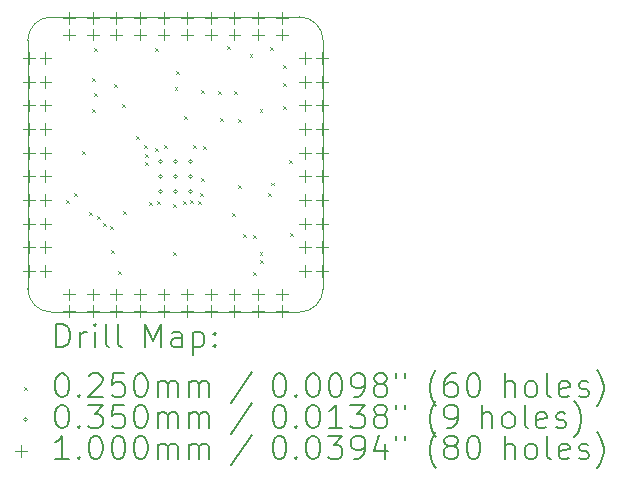
<source format=gbr>
%FSLAX45Y45*%
G04 Gerber Fmt 4.5, Leading zero omitted, Abs format (unit mm)*
G04 Created by KiCad (PCBNEW (6.99.0-1912-g359c99991b)) date 2022-08-15 10:18:19*
%MOMM*%
%LPD*%
G01*
G04 APERTURE LIST*
%TA.AperFunction,Profile*%
%ADD10C,0.100000*%
%TD*%
%ADD11C,0.200000*%
%ADD12C,0.025000*%
%ADD13C,0.035000*%
%ADD14C,0.100000*%
G04 APERTURE END LIST*
D10*
X200000Y0D02*
X2300000Y0D01*
X2500000Y-200000D02*
G75*
G03*
X2300000Y0I-200000J0D01*
G01*
X200000Y0D02*
G75*
G03*
X0Y-200000I0J-200000D01*
G01*
X2300000Y-2500000D02*
G75*
G03*
X2500000Y-2300000I0J200000D01*
G01*
X2500000Y-200000D02*
X2500000Y-2300000D01*
X200000Y-2500000D02*
X2300000Y-2500000D01*
X0Y-2300000D02*
G75*
G03*
X200000Y-2500000I199999J-1D01*
G01*
X0Y-2300000D02*
X0Y-200000D01*
D11*
D12*
X322500Y-1552500D02*
X347500Y-1577500D01*
X347500Y-1552500D02*
X322500Y-1577500D01*
X392500Y-1492500D02*
X417500Y-1517500D01*
X417500Y-1492500D02*
X392500Y-1517500D01*
X457500Y-1132500D02*
X482500Y-1157500D01*
X482500Y-1132500D02*
X457500Y-1157500D01*
X517500Y-1652500D02*
X542500Y-1677500D01*
X542500Y-1652500D02*
X517500Y-1677500D01*
X543634Y-514078D02*
X568634Y-539078D01*
X568634Y-514078D02*
X543634Y-539078D01*
X547500Y-777500D02*
X572500Y-802500D01*
X572500Y-777500D02*
X547500Y-802500D01*
X557500Y-267500D02*
X582500Y-292500D01*
X582500Y-267500D02*
X557500Y-292500D01*
X559279Y-640900D02*
X584279Y-665900D01*
X584279Y-640900D02*
X559279Y-665900D01*
X582500Y-1687500D02*
X607500Y-1712500D01*
X607500Y-1687500D02*
X582500Y-1712500D01*
X637500Y-1742500D02*
X662500Y-1767500D01*
X662500Y-1742500D02*
X637500Y-1767500D01*
X697500Y-1772500D02*
X722500Y-1797500D01*
X722500Y-1772500D02*
X697500Y-1797500D01*
X707500Y-1972500D02*
X732500Y-1997500D01*
X732500Y-1972500D02*
X707500Y-1997500D01*
X727500Y-567500D02*
X752500Y-592500D01*
X752500Y-567500D02*
X727500Y-592500D01*
X762500Y-2152500D02*
X787500Y-2177500D01*
X787500Y-2152500D02*
X762500Y-2177500D01*
X797500Y-737500D02*
X822500Y-762500D01*
X822500Y-737500D02*
X797500Y-762500D01*
X807500Y-1647500D02*
X832500Y-1672500D01*
X832500Y-1647500D02*
X807500Y-1672500D01*
X917500Y-1007500D02*
X942500Y-1032500D01*
X942500Y-1007500D02*
X917500Y-1032500D01*
X987500Y-1087500D02*
X1012500Y-1112500D01*
X1012500Y-1087500D02*
X987500Y-1112500D01*
X992500Y-1157500D02*
X1017500Y-1182500D01*
X1017500Y-1157500D02*
X992500Y-1182500D01*
X992500Y-1227500D02*
X1017500Y-1252500D01*
X1017500Y-1227500D02*
X992500Y-1252500D01*
X1027500Y-1567500D02*
X1052500Y-1592500D01*
X1052500Y-1567500D02*
X1027500Y-1592500D01*
X1077500Y-267500D02*
X1102500Y-292500D01*
X1102500Y-267500D02*
X1077500Y-292500D01*
X1077500Y-1107500D02*
X1102500Y-1132500D01*
X1102500Y-1107500D02*
X1077500Y-1132500D01*
X1097500Y-1557500D02*
X1122500Y-1582500D01*
X1122500Y-1557500D02*
X1097500Y-1582500D01*
X1152500Y-1082500D02*
X1177500Y-1107500D01*
X1177500Y-1082500D02*
X1152500Y-1107500D01*
X1227500Y-1582500D02*
X1252500Y-1607500D01*
X1252500Y-1582500D02*
X1227500Y-1607500D01*
X1227500Y-1992500D02*
X1252500Y-2017500D01*
X1252500Y-1992500D02*
X1227500Y-2017500D01*
X1242500Y-592500D02*
X1267500Y-617500D01*
X1267500Y-592500D02*
X1242500Y-617500D01*
X1257500Y-457500D02*
X1282500Y-482500D01*
X1282500Y-457500D02*
X1257500Y-482500D01*
X1312500Y-1557500D02*
X1337500Y-1582500D01*
X1337500Y-1557500D02*
X1312500Y-1582500D01*
X1322500Y-842500D02*
X1347500Y-867500D01*
X1347500Y-842500D02*
X1322500Y-867500D01*
X1377500Y-1552500D02*
X1402500Y-1577500D01*
X1402500Y-1552500D02*
X1377500Y-1577500D01*
X1402500Y-1082500D02*
X1427500Y-1107500D01*
X1427500Y-1082500D02*
X1402500Y-1107500D01*
X1442500Y-1557500D02*
X1467500Y-1582500D01*
X1467500Y-1557500D02*
X1442500Y-1582500D01*
X1462500Y-1492500D02*
X1487500Y-1517500D01*
X1487500Y-1492500D02*
X1462500Y-1517500D01*
X1467500Y-622500D02*
X1492500Y-647500D01*
X1492500Y-622500D02*
X1467500Y-647500D01*
X1467500Y-1362500D02*
X1492500Y-1387500D01*
X1492500Y-1362500D02*
X1467500Y-1387500D01*
X1482500Y-1092500D02*
X1507500Y-1117500D01*
X1507500Y-1092500D02*
X1482500Y-1117500D01*
X1612500Y-627500D02*
X1637500Y-652500D01*
X1637500Y-627500D02*
X1612500Y-652500D01*
X1627500Y-852500D02*
X1652500Y-877500D01*
X1652500Y-852500D02*
X1627500Y-877500D01*
X1687500Y-247500D02*
X1712500Y-272500D01*
X1712500Y-247500D02*
X1687500Y-272500D01*
X1732500Y-1662500D02*
X1757500Y-1687500D01*
X1757500Y-1662500D02*
X1732500Y-1687500D01*
X1747500Y-627500D02*
X1772500Y-652500D01*
X1772500Y-627500D02*
X1747500Y-652500D01*
X1777500Y-867500D02*
X1802500Y-892500D01*
X1802500Y-867500D02*
X1777500Y-892500D01*
X1782500Y-1427500D02*
X1807500Y-1452500D01*
X1807500Y-1427500D02*
X1782500Y-1452500D01*
X1822500Y-1842500D02*
X1847500Y-1867500D01*
X1847500Y-1842500D02*
X1822500Y-1867500D01*
X1877500Y-317500D02*
X1902500Y-342500D01*
X1902500Y-317500D02*
X1877500Y-342500D01*
X1907500Y-1847500D02*
X1932500Y-1872500D01*
X1932500Y-1847500D02*
X1907500Y-1872500D01*
X1907500Y-2162500D02*
X1932500Y-2187500D01*
X1932500Y-2162500D02*
X1907500Y-2187500D01*
X1962500Y-777500D02*
X1987500Y-802500D01*
X1987500Y-777500D02*
X1962500Y-802500D01*
X1962500Y-1987500D02*
X1987500Y-2012500D01*
X1987500Y-1987500D02*
X1962500Y-2012500D01*
X1967500Y-2062500D02*
X1992500Y-2087500D01*
X1992500Y-2062500D02*
X1967500Y-2087500D01*
X2037500Y-1492500D02*
X2062500Y-1517500D01*
X2062500Y-1492500D02*
X2037500Y-1517500D01*
X2047500Y-257500D02*
X2072500Y-282500D01*
X2072500Y-257500D02*
X2047500Y-282500D01*
X2062500Y-1402500D02*
X2087500Y-1427500D01*
X2087500Y-1402500D02*
X2062500Y-1427500D01*
X2157500Y-407500D02*
X2182500Y-432500D01*
X2182500Y-407500D02*
X2157500Y-432500D01*
X2157500Y-557500D02*
X2182500Y-582500D01*
X2182500Y-557500D02*
X2157500Y-582500D01*
X2157500Y-757500D02*
X2182500Y-782500D01*
X2182500Y-757500D02*
X2157500Y-782500D01*
X2212500Y-1212500D02*
X2237500Y-1237500D01*
X2237500Y-1212500D02*
X2212500Y-1237500D01*
X2222500Y-1832500D02*
X2247500Y-1857500D01*
X2247500Y-1832500D02*
X2222500Y-1857500D01*
D13*
X1140000Y-1222500D02*
G75*
G03*
X1140000Y-1222500I-17500J0D01*
G01*
X1140000Y-1350000D02*
G75*
G03*
X1140000Y-1350000I-17500J0D01*
G01*
X1140000Y-1477500D02*
G75*
G03*
X1140000Y-1477500I-17500J0D01*
G01*
X1267500Y-1222500D02*
G75*
G03*
X1267500Y-1222500I-17500J0D01*
G01*
X1267500Y-1350000D02*
G75*
G03*
X1267500Y-1350000I-17500J0D01*
G01*
X1267500Y-1477500D02*
G75*
G03*
X1267500Y-1477500I-17500J0D01*
G01*
X1395000Y-1222500D02*
G75*
G03*
X1395000Y-1222500I-17500J0D01*
G01*
X1395000Y-1350000D02*
G75*
G03*
X1395000Y-1350000I-17500J0D01*
G01*
X1395000Y-1477500D02*
G75*
G03*
X1395000Y-1477500I-17500J0D01*
G01*
D14*
X10000Y-300000D02*
X10000Y-400000D01*
X-40000Y-350000D02*
X60000Y-350000D01*
X10000Y-500000D02*
X10000Y-600000D01*
X-40000Y-550000D02*
X60000Y-550000D01*
X10000Y-700000D02*
X10000Y-800000D01*
X-40000Y-750000D02*
X60000Y-750000D01*
X10000Y-900000D02*
X10000Y-1000000D01*
X-40000Y-950000D02*
X60000Y-950000D01*
X10000Y-1100000D02*
X10000Y-1200000D01*
X-40000Y-1150000D02*
X60000Y-1150000D01*
X10000Y-1300000D02*
X10000Y-1400000D01*
X-40000Y-1350000D02*
X60000Y-1350000D01*
X10000Y-1500000D02*
X10000Y-1600000D01*
X-40000Y-1550000D02*
X60000Y-1550000D01*
X10000Y-1700000D02*
X10000Y-1800000D01*
X-40000Y-1750000D02*
X60000Y-1750000D01*
X10000Y-1900000D02*
X10000Y-2000000D01*
X-40000Y-1950000D02*
X60000Y-1950000D01*
X10000Y-2100000D02*
X10000Y-2200000D01*
X-40000Y-2150000D02*
X60000Y-2150000D01*
X150000Y-300000D02*
X150000Y-400000D01*
X100000Y-350000D02*
X200000Y-350000D01*
X150000Y-500000D02*
X150000Y-600000D01*
X100000Y-550000D02*
X200000Y-550000D01*
X150000Y-700000D02*
X150000Y-800000D01*
X100000Y-750000D02*
X200000Y-750000D01*
X150000Y-900000D02*
X150000Y-1000000D01*
X100000Y-950000D02*
X200000Y-950000D01*
X150000Y-1100000D02*
X150000Y-1200000D01*
X100000Y-1150000D02*
X200000Y-1150000D01*
X150000Y-1300000D02*
X150000Y-1400000D01*
X100000Y-1350000D02*
X200000Y-1350000D01*
X150000Y-1500000D02*
X150000Y-1600000D01*
X100000Y-1550000D02*
X200000Y-1550000D01*
X150000Y-1700000D02*
X150000Y-1800000D01*
X100000Y-1750000D02*
X200000Y-1750000D01*
X150000Y-1900000D02*
X150000Y-2000000D01*
X100000Y-1950000D02*
X200000Y-1950000D01*
X150000Y-2100000D02*
X150000Y-2200000D01*
X100000Y-2150000D02*
X200000Y-2150000D01*
X350000Y40000D02*
X350000Y-60000D01*
X300000Y-10000D02*
X400000Y-10000D01*
X350000Y-100000D02*
X350000Y-200000D01*
X300000Y-150000D02*
X400000Y-150000D01*
X350000Y-2300000D02*
X350000Y-2400000D01*
X300000Y-2350000D02*
X400000Y-2350000D01*
X350000Y-2440000D02*
X350000Y-2540000D01*
X300000Y-2490000D02*
X400000Y-2490000D01*
X550000Y40000D02*
X550000Y-60000D01*
X500000Y-10000D02*
X600000Y-10000D01*
X550000Y-100000D02*
X550000Y-200000D01*
X500000Y-150000D02*
X600000Y-150000D01*
X550000Y-2300000D02*
X550000Y-2400000D01*
X500000Y-2350000D02*
X600000Y-2350000D01*
X550000Y-2440000D02*
X550000Y-2540000D01*
X500000Y-2490000D02*
X600000Y-2490000D01*
X750000Y40000D02*
X750000Y-60000D01*
X700000Y-10000D02*
X800000Y-10000D01*
X750000Y-100000D02*
X750000Y-200000D01*
X700000Y-150000D02*
X800000Y-150000D01*
X750000Y-2300000D02*
X750000Y-2400000D01*
X700000Y-2350000D02*
X800000Y-2350000D01*
X750000Y-2440000D02*
X750000Y-2540000D01*
X700000Y-2490000D02*
X800000Y-2490000D01*
X950000Y40000D02*
X950000Y-60000D01*
X900000Y-10000D02*
X1000000Y-10000D01*
X950000Y-100000D02*
X950000Y-200000D01*
X900000Y-150000D02*
X1000000Y-150000D01*
X950000Y-2300000D02*
X950000Y-2400000D01*
X900000Y-2350000D02*
X1000000Y-2350000D01*
X950000Y-2440000D02*
X950000Y-2540000D01*
X900000Y-2490000D02*
X1000000Y-2490000D01*
X1150000Y40000D02*
X1150000Y-60000D01*
X1100000Y-10000D02*
X1200000Y-10000D01*
X1150000Y-100000D02*
X1150000Y-200000D01*
X1100000Y-150000D02*
X1200000Y-150000D01*
X1150000Y-2300000D02*
X1150000Y-2400000D01*
X1100000Y-2350000D02*
X1200000Y-2350000D01*
X1150000Y-2440000D02*
X1150000Y-2540000D01*
X1100000Y-2490000D02*
X1200000Y-2490000D01*
X1350000Y40000D02*
X1350000Y-60000D01*
X1300000Y-10000D02*
X1400000Y-10000D01*
X1350000Y-100000D02*
X1350000Y-200000D01*
X1300000Y-150000D02*
X1400000Y-150000D01*
X1350000Y-2300000D02*
X1350000Y-2400000D01*
X1300000Y-2350000D02*
X1400000Y-2350000D01*
X1350000Y-2440000D02*
X1350000Y-2540000D01*
X1300000Y-2490000D02*
X1400000Y-2490000D01*
X1550000Y40000D02*
X1550000Y-60000D01*
X1500000Y-10000D02*
X1600000Y-10000D01*
X1550000Y-100000D02*
X1550000Y-200000D01*
X1500000Y-150000D02*
X1600000Y-150000D01*
X1550000Y-2300000D02*
X1550000Y-2400000D01*
X1500000Y-2350000D02*
X1600000Y-2350000D01*
X1550000Y-2440000D02*
X1550000Y-2540000D01*
X1500000Y-2490000D02*
X1600000Y-2490000D01*
X1750000Y40000D02*
X1750000Y-60000D01*
X1700000Y-10000D02*
X1800000Y-10000D01*
X1750000Y-100000D02*
X1750000Y-200000D01*
X1700000Y-150000D02*
X1800000Y-150000D01*
X1750000Y-2300000D02*
X1750000Y-2400000D01*
X1700000Y-2350000D02*
X1800000Y-2350000D01*
X1750000Y-2440000D02*
X1750000Y-2540000D01*
X1700000Y-2490000D02*
X1800000Y-2490000D01*
X1950000Y40000D02*
X1950000Y-60000D01*
X1900000Y-10000D02*
X2000000Y-10000D01*
X1950000Y-100000D02*
X1950000Y-200000D01*
X1900000Y-150000D02*
X2000000Y-150000D01*
X1950000Y-2300000D02*
X1950000Y-2400000D01*
X1900000Y-2350000D02*
X2000000Y-2350000D01*
X1950000Y-2440000D02*
X1950000Y-2540000D01*
X1900000Y-2490000D02*
X2000000Y-2490000D01*
X2150000Y40000D02*
X2150000Y-60000D01*
X2100000Y-10000D02*
X2200000Y-10000D01*
X2150000Y-100000D02*
X2150000Y-200000D01*
X2100000Y-150000D02*
X2200000Y-150000D01*
X2150000Y-2300000D02*
X2150000Y-2400000D01*
X2100000Y-2350000D02*
X2200000Y-2350000D01*
X2150000Y-2440000D02*
X2150000Y-2540000D01*
X2100000Y-2490000D02*
X2200000Y-2490000D01*
X2350000Y-300000D02*
X2350000Y-400000D01*
X2300000Y-350000D02*
X2400000Y-350000D01*
X2350000Y-500000D02*
X2350000Y-600000D01*
X2300000Y-550000D02*
X2400000Y-550000D01*
X2350000Y-700000D02*
X2350000Y-800000D01*
X2300000Y-750000D02*
X2400000Y-750000D01*
X2350000Y-900000D02*
X2350000Y-1000000D01*
X2300000Y-950000D02*
X2400000Y-950000D01*
X2350000Y-1100000D02*
X2350000Y-1200000D01*
X2300000Y-1150000D02*
X2400000Y-1150000D01*
X2350000Y-1300000D02*
X2350000Y-1400000D01*
X2300000Y-1350000D02*
X2400000Y-1350000D01*
X2350000Y-1500000D02*
X2350000Y-1600000D01*
X2300000Y-1550000D02*
X2400000Y-1550000D01*
X2350000Y-1700000D02*
X2350000Y-1800000D01*
X2300000Y-1750000D02*
X2400000Y-1750000D01*
X2350000Y-1900000D02*
X2350000Y-2000000D01*
X2300000Y-1950000D02*
X2400000Y-1950000D01*
X2350000Y-2100000D02*
X2350000Y-2200000D01*
X2300000Y-2150000D02*
X2400000Y-2150000D01*
X2490000Y-300000D02*
X2490000Y-400000D01*
X2440000Y-350000D02*
X2540000Y-350000D01*
X2490000Y-500000D02*
X2490000Y-600000D01*
X2440000Y-550000D02*
X2540000Y-550000D01*
X2490000Y-700000D02*
X2490000Y-800000D01*
X2440000Y-750000D02*
X2540000Y-750000D01*
X2490000Y-900000D02*
X2490000Y-1000000D01*
X2440000Y-950000D02*
X2540000Y-950000D01*
X2490000Y-1100000D02*
X2490000Y-1200000D01*
X2440000Y-1150000D02*
X2540000Y-1150000D01*
X2490000Y-1300000D02*
X2490000Y-1400000D01*
X2440000Y-1350000D02*
X2540000Y-1350000D01*
X2490000Y-1500000D02*
X2490000Y-1600000D01*
X2440000Y-1550000D02*
X2540000Y-1550000D01*
X2490000Y-1700000D02*
X2490000Y-1800000D01*
X2440000Y-1750000D02*
X2540000Y-1750000D01*
X2490000Y-1900000D02*
X2490000Y-2000000D01*
X2440000Y-1950000D02*
X2540000Y-1950000D01*
X2490000Y-2100000D02*
X2490000Y-2200000D01*
X2440000Y-2150000D02*
X2540000Y-2150000D01*
D11*
X242619Y-2798476D02*
X242619Y-2598476D01*
X242619Y-2598476D02*
X290238Y-2598476D01*
X290238Y-2598476D02*
X318810Y-2608000D01*
X318810Y-2608000D02*
X337857Y-2627048D01*
X337857Y-2627048D02*
X347381Y-2646095D01*
X347381Y-2646095D02*
X356905Y-2684190D01*
X356905Y-2684190D02*
X356905Y-2712762D01*
X356905Y-2712762D02*
X347381Y-2750857D01*
X347381Y-2750857D02*
X337857Y-2769905D01*
X337857Y-2769905D02*
X318810Y-2788952D01*
X318810Y-2788952D02*
X290238Y-2798476D01*
X290238Y-2798476D02*
X242619Y-2798476D01*
X442619Y-2798476D02*
X442619Y-2665143D01*
X442619Y-2703238D02*
X452143Y-2684190D01*
X452143Y-2684190D02*
X461667Y-2674667D01*
X461667Y-2674667D02*
X480714Y-2665143D01*
X480714Y-2665143D02*
X499762Y-2665143D01*
X566429Y-2798476D02*
X566429Y-2665143D01*
X566429Y-2598476D02*
X556905Y-2608000D01*
X556905Y-2608000D02*
X566429Y-2617524D01*
X566429Y-2617524D02*
X575952Y-2608000D01*
X575952Y-2608000D02*
X566429Y-2598476D01*
X566429Y-2598476D02*
X566429Y-2617524D01*
X690238Y-2798476D02*
X671190Y-2788952D01*
X671190Y-2788952D02*
X661667Y-2769905D01*
X661667Y-2769905D02*
X661667Y-2598476D01*
X795000Y-2798476D02*
X775952Y-2788952D01*
X775952Y-2788952D02*
X766428Y-2769905D01*
X766428Y-2769905D02*
X766428Y-2598476D01*
X991190Y-2798476D02*
X991190Y-2598476D01*
X991190Y-2598476D02*
X1057857Y-2741333D01*
X1057857Y-2741333D02*
X1124524Y-2598476D01*
X1124524Y-2598476D02*
X1124524Y-2798476D01*
X1305476Y-2798476D02*
X1305476Y-2693714D01*
X1305476Y-2693714D02*
X1295952Y-2674667D01*
X1295952Y-2674667D02*
X1276905Y-2665143D01*
X1276905Y-2665143D02*
X1238809Y-2665143D01*
X1238809Y-2665143D02*
X1219762Y-2674667D01*
X1305476Y-2788952D02*
X1286429Y-2798476D01*
X1286429Y-2798476D02*
X1238809Y-2798476D01*
X1238809Y-2798476D02*
X1219762Y-2788952D01*
X1219762Y-2788952D02*
X1210238Y-2769905D01*
X1210238Y-2769905D02*
X1210238Y-2750857D01*
X1210238Y-2750857D02*
X1219762Y-2731810D01*
X1219762Y-2731810D02*
X1238809Y-2722286D01*
X1238809Y-2722286D02*
X1286429Y-2722286D01*
X1286429Y-2722286D02*
X1305476Y-2712762D01*
X1400714Y-2665143D02*
X1400714Y-2865143D01*
X1400714Y-2674667D02*
X1419762Y-2665143D01*
X1419762Y-2665143D02*
X1457857Y-2665143D01*
X1457857Y-2665143D02*
X1476905Y-2674667D01*
X1476905Y-2674667D02*
X1486428Y-2684190D01*
X1486428Y-2684190D02*
X1495952Y-2703238D01*
X1495952Y-2703238D02*
X1495952Y-2760381D01*
X1495952Y-2760381D02*
X1486428Y-2779429D01*
X1486428Y-2779429D02*
X1476905Y-2788952D01*
X1476905Y-2788952D02*
X1457857Y-2798476D01*
X1457857Y-2798476D02*
X1419762Y-2798476D01*
X1419762Y-2798476D02*
X1400714Y-2788952D01*
X1581667Y-2779429D02*
X1591190Y-2788952D01*
X1591190Y-2788952D02*
X1581667Y-2798476D01*
X1581667Y-2798476D02*
X1572143Y-2788952D01*
X1572143Y-2788952D02*
X1581667Y-2779429D01*
X1581667Y-2779429D02*
X1581667Y-2798476D01*
X1581667Y-2674667D02*
X1591190Y-2684190D01*
X1591190Y-2684190D02*
X1581667Y-2693714D01*
X1581667Y-2693714D02*
X1572143Y-2684190D01*
X1572143Y-2684190D02*
X1581667Y-2674667D01*
X1581667Y-2674667D02*
X1581667Y-2693714D01*
D12*
X-30000Y-3132500D02*
X-5000Y-3157500D01*
X-5000Y-3132500D02*
X-30000Y-3157500D01*
D11*
X280714Y-3018476D02*
X299762Y-3018476D01*
X299762Y-3018476D02*
X318810Y-3028000D01*
X318810Y-3028000D02*
X328333Y-3037524D01*
X328333Y-3037524D02*
X337857Y-3056571D01*
X337857Y-3056571D02*
X347381Y-3094667D01*
X347381Y-3094667D02*
X347381Y-3142286D01*
X347381Y-3142286D02*
X337857Y-3180381D01*
X337857Y-3180381D02*
X328333Y-3199428D01*
X328333Y-3199428D02*
X318810Y-3208952D01*
X318810Y-3208952D02*
X299762Y-3218476D01*
X299762Y-3218476D02*
X280714Y-3218476D01*
X280714Y-3218476D02*
X261667Y-3208952D01*
X261667Y-3208952D02*
X252143Y-3199428D01*
X252143Y-3199428D02*
X242619Y-3180381D01*
X242619Y-3180381D02*
X233095Y-3142286D01*
X233095Y-3142286D02*
X233095Y-3094667D01*
X233095Y-3094667D02*
X242619Y-3056571D01*
X242619Y-3056571D02*
X252143Y-3037524D01*
X252143Y-3037524D02*
X261667Y-3028000D01*
X261667Y-3028000D02*
X280714Y-3018476D01*
X433095Y-3199428D02*
X442619Y-3208952D01*
X442619Y-3208952D02*
X433095Y-3218476D01*
X433095Y-3218476D02*
X423571Y-3208952D01*
X423571Y-3208952D02*
X433095Y-3199428D01*
X433095Y-3199428D02*
X433095Y-3218476D01*
X518809Y-3037524D02*
X528333Y-3028000D01*
X528333Y-3028000D02*
X547381Y-3018476D01*
X547381Y-3018476D02*
X595000Y-3018476D01*
X595000Y-3018476D02*
X614048Y-3028000D01*
X614048Y-3028000D02*
X623571Y-3037524D01*
X623571Y-3037524D02*
X633095Y-3056571D01*
X633095Y-3056571D02*
X633095Y-3075619D01*
X633095Y-3075619D02*
X623571Y-3104190D01*
X623571Y-3104190D02*
X509286Y-3218476D01*
X509286Y-3218476D02*
X633095Y-3218476D01*
X814048Y-3018476D02*
X718809Y-3018476D01*
X718809Y-3018476D02*
X709286Y-3113714D01*
X709286Y-3113714D02*
X718809Y-3104190D01*
X718809Y-3104190D02*
X737857Y-3094667D01*
X737857Y-3094667D02*
X785476Y-3094667D01*
X785476Y-3094667D02*
X804524Y-3104190D01*
X804524Y-3104190D02*
X814048Y-3113714D01*
X814048Y-3113714D02*
X823571Y-3132762D01*
X823571Y-3132762D02*
X823571Y-3180381D01*
X823571Y-3180381D02*
X814048Y-3199428D01*
X814048Y-3199428D02*
X804524Y-3208952D01*
X804524Y-3208952D02*
X785476Y-3218476D01*
X785476Y-3218476D02*
X737857Y-3218476D01*
X737857Y-3218476D02*
X718809Y-3208952D01*
X718809Y-3208952D02*
X709286Y-3199428D01*
X947381Y-3018476D02*
X966429Y-3018476D01*
X966429Y-3018476D02*
X985476Y-3028000D01*
X985476Y-3028000D02*
X995000Y-3037524D01*
X995000Y-3037524D02*
X1004524Y-3056571D01*
X1004524Y-3056571D02*
X1014048Y-3094667D01*
X1014048Y-3094667D02*
X1014048Y-3142286D01*
X1014048Y-3142286D02*
X1004524Y-3180381D01*
X1004524Y-3180381D02*
X995000Y-3199428D01*
X995000Y-3199428D02*
X985476Y-3208952D01*
X985476Y-3208952D02*
X966429Y-3218476D01*
X966429Y-3218476D02*
X947381Y-3218476D01*
X947381Y-3218476D02*
X928333Y-3208952D01*
X928333Y-3208952D02*
X918809Y-3199428D01*
X918809Y-3199428D02*
X909286Y-3180381D01*
X909286Y-3180381D02*
X899762Y-3142286D01*
X899762Y-3142286D02*
X899762Y-3094667D01*
X899762Y-3094667D02*
X909286Y-3056571D01*
X909286Y-3056571D02*
X918809Y-3037524D01*
X918809Y-3037524D02*
X928333Y-3028000D01*
X928333Y-3028000D02*
X947381Y-3018476D01*
X1099762Y-3218476D02*
X1099762Y-3085143D01*
X1099762Y-3104190D02*
X1109286Y-3094667D01*
X1109286Y-3094667D02*
X1128333Y-3085143D01*
X1128333Y-3085143D02*
X1156905Y-3085143D01*
X1156905Y-3085143D02*
X1175952Y-3094667D01*
X1175952Y-3094667D02*
X1185476Y-3113714D01*
X1185476Y-3113714D02*
X1185476Y-3218476D01*
X1185476Y-3113714D02*
X1195000Y-3094667D01*
X1195000Y-3094667D02*
X1214048Y-3085143D01*
X1214048Y-3085143D02*
X1242619Y-3085143D01*
X1242619Y-3085143D02*
X1261667Y-3094667D01*
X1261667Y-3094667D02*
X1271191Y-3113714D01*
X1271191Y-3113714D02*
X1271191Y-3218476D01*
X1366429Y-3218476D02*
X1366429Y-3085143D01*
X1366429Y-3104190D02*
X1375952Y-3094667D01*
X1375952Y-3094667D02*
X1395000Y-3085143D01*
X1395000Y-3085143D02*
X1423571Y-3085143D01*
X1423571Y-3085143D02*
X1442619Y-3094667D01*
X1442619Y-3094667D02*
X1452143Y-3113714D01*
X1452143Y-3113714D02*
X1452143Y-3218476D01*
X1452143Y-3113714D02*
X1461667Y-3094667D01*
X1461667Y-3094667D02*
X1480714Y-3085143D01*
X1480714Y-3085143D02*
X1509286Y-3085143D01*
X1509286Y-3085143D02*
X1528333Y-3094667D01*
X1528333Y-3094667D02*
X1537857Y-3113714D01*
X1537857Y-3113714D02*
X1537857Y-3218476D01*
X1895952Y-3008952D02*
X1724524Y-3266095D01*
X2120714Y-3018476D02*
X2139762Y-3018476D01*
X2139762Y-3018476D02*
X2158810Y-3028000D01*
X2158810Y-3028000D02*
X2168333Y-3037524D01*
X2168333Y-3037524D02*
X2177857Y-3056571D01*
X2177857Y-3056571D02*
X2187381Y-3094667D01*
X2187381Y-3094667D02*
X2187381Y-3142286D01*
X2187381Y-3142286D02*
X2177857Y-3180381D01*
X2177857Y-3180381D02*
X2168333Y-3199428D01*
X2168333Y-3199428D02*
X2158810Y-3208952D01*
X2158810Y-3208952D02*
X2139762Y-3218476D01*
X2139762Y-3218476D02*
X2120714Y-3218476D01*
X2120714Y-3218476D02*
X2101667Y-3208952D01*
X2101667Y-3208952D02*
X2092143Y-3199428D01*
X2092143Y-3199428D02*
X2082619Y-3180381D01*
X2082619Y-3180381D02*
X2073095Y-3142286D01*
X2073095Y-3142286D02*
X2073095Y-3094667D01*
X2073095Y-3094667D02*
X2082619Y-3056571D01*
X2082619Y-3056571D02*
X2092143Y-3037524D01*
X2092143Y-3037524D02*
X2101667Y-3028000D01*
X2101667Y-3028000D02*
X2120714Y-3018476D01*
X2273095Y-3199428D02*
X2282619Y-3208952D01*
X2282619Y-3208952D02*
X2273095Y-3218476D01*
X2273095Y-3218476D02*
X2263572Y-3208952D01*
X2263572Y-3208952D02*
X2273095Y-3199428D01*
X2273095Y-3199428D02*
X2273095Y-3218476D01*
X2406429Y-3018476D02*
X2425476Y-3018476D01*
X2425476Y-3018476D02*
X2444524Y-3028000D01*
X2444524Y-3028000D02*
X2454048Y-3037524D01*
X2454048Y-3037524D02*
X2463572Y-3056571D01*
X2463572Y-3056571D02*
X2473095Y-3094667D01*
X2473095Y-3094667D02*
X2473095Y-3142286D01*
X2473095Y-3142286D02*
X2463572Y-3180381D01*
X2463572Y-3180381D02*
X2454048Y-3199428D01*
X2454048Y-3199428D02*
X2444524Y-3208952D01*
X2444524Y-3208952D02*
X2425476Y-3218476D01*
X2425476Y-3218476D02*
X2406429Y-3218476D01*
X2406429Y-3218476D02*
X2387381Y-3208952D01*
X2387381Y-3208952D02*
X2377857Y-3199428D01*
X2377857Y-3199428D02*
X2368333Y-3180381D01*
X2368333Y-3180381D02*
X2358810Y-3142286D01*
X2358810Y-3142286D02*
X2358810Y-3094667D01*
X2358810Y-3094667D02*
X2368333Y-3056571D01*
X2368333Y-3056571D02*
X2377857Y-3037524D01*
X2377857Y-3037524D02*
X2387381Y-3028000D01*
X2387381Y-3028000D02*
X2406429Y-3018476D01*
X2596905Y-3018476D02*
X2615953Y-3018476D01*
X2615953Y-3018476D02*
X2635000Y-3028000D01*
X2635000Y-3028000D02*
X2644524Y-3037524D01*
X2644524Y-3037524D02*
X2654048Y-3056571D01*
X2654048Y-3056571D02*
X2663572Y-3094667D01*
X2663572Y-3094667D02*
X2663572Y-3142286D01*
X2663572Y-3142286D02*
X2654048Y-3180381D01*
X2654048Y-3180381D02*
X2644524Y-3199428D01*
X2644524Y-3199428D02*
X2635000Y-3208952D01*
X2635000Y-3208952D02*
X2615953Y-3218476D01*
X2615953Y-3218476D02*
X2596905Y-3218476D01*
X2596905Y-3218476D02*
X2577857Y-3208952D01*
X2577857Y-3208952D02*
X2568333Y-3199428D01*
X2568333Y-3199428D02*
X2558810Y-3180381D01*
X2558810Y-3180381D02*
X2549286Y-3142286D01*
X2549286Y-3142286D02*
X2549286Y-3094667D01*
X2549286Y-3094667D02*
X2558810Y-3056571D01*
X2558810Y-3056571D02*
X2568333Y-3037524D01*
X2568333Y-3037524D02*
X2577857Y-3028000D01*
X2577857Y-3028000D02*
X2596905Y-3018476D01*
X2758810Y-3218476D02*
X2796905Y-3218476D01*
X2796905Y-3218476D02*
X2815952Y-3208952D01*
X2815952Y-3208952D02*
X2825476Y-3199428D01*
X2825476Y-3199428D02*
X2844524Y-3170857D01*
X2844524Y-3170857D02*
X2854048Y-3132762D01*
X2854048Y-3132762D02*
X2854048Y-3056571D01*
X2854048Y-3056571D02*
X2844524Y-3037524D01*
X2844524Y-3037524D02*
X2835000Y-3028000D01*
X2835000Y-3028000D02*
X2815952Y-3018476D01*
X2815952Y-3018476D02*
X2777857Y-3018476D01*
X2777857Y-3018476D02*
X2758810Y-3028000D01*
X2758810Y-3028000D02*
X2749286Y-3037524D01*
X2749286Y-3037524D02*
X2739762Y-3056571D01*
X2739762Y-3056571D02*
X2739762Y-3104190D01*
X2739762Y-3104190D02*
X2749286Y-3123238D01*
X2749286Y-3123238D02*
X2758810Y-3132762D01*
X2758810Y-3132762D02*
X2777857Y-3142286D01*
X2777857Y-3142286D02*
X2815952Y-3142286D01*
X2815952Y-3142286D02*
X2835000Y-3132762D01*
X2835000Y-3132762D02*
X2844524Y-3123238D01*
X2844524Y-3123238D02*
X2854048Y-3104190D01*
X2968333Y-3104190D02*
X2949286Y-3094667D01*
X2949286Y-3094667D02*
X2939762Y-3085143D01*
X2939762Y-3085143D02*
X2930238Y-3066095D01*
X2930238Y-3066095D02*
X2930238Y-3056571D01*
X2930238Y-3056571D02*
X2939762Y-3037524D01*
X2939762Y-3037524D02*
X2949286Y-3028000D01*
X2949286Y-3028000D02*
X2968333Y-3018476D01*
X2968333Y-3018476D02*
X3006429Y-3018476D01*
X3006429Y-3018476D02*
X3025476Y-3028000D01*
X3025476Y-3028000D02*
X3035000Y-3037524D01*
X3035000Y-3037524D02*
X3044524Y-3056571D01*
X3044524Y-3056571D02*
X3044524Y-3066095D01*
X3044524Y-3066095D02*
X3035000Y-3085143D01*
X3035000Y-3085143D02*
X3025476Y-3094667D01*
X3025476Y-3094667D02*
X3006429Y-3104190D01*
X3006429Y-3104190D02*
X2968333Y-3104190D01*
X2968333Y-3104190D02*
X2949286Y-3113714D01*
X2949286Y-3113714D02*
X2939762Y-3123238D01*
X2939762Y-3123238D02*
X2930238Y-3142286D01*
X2930238Y-3142286D02*
X2930238Y-3180381D01*
X2930238Y-3180381D02*
X2939762Y-3199428D01*
X2939762Y-3199428D02*
X2949286Y-3208952D01*
X2949286Y-3208952D02*
X2968333Y-3218476D01*
X2968333Y-3218476D02*
X3006429Y-3218476D01*
X3006429Y-3218476D02*
X3025476Y-3208952D01*
X3025476Y-3208952D02*
X3035000Y-3199428D01*
X3035000Y-3199428D02*
X3044524Y-3180381D01*
X3044524Y-3180381D02*
X3044524Y-3142286D01*
X3044524Y-3142286D02*
X3035000Y-3123238D01*
X3035000Y-3123238D02*
X3025476Y-3113714D01*
X3025476Y-3113714D02*
X3006429Y-3104190D01*
X3120714Y-3018476D02*
X3120714Y-3056571D01*
X3196905Y-3018476D02*
X3196905Y-3056571D01*
X3459762Y-3294667D02*
X3450238Y-3285143D01*
X3450238Y-3285143D02*
X3431191Y-3256571D01*
X3431191Y-3256571D02*
X3421667Y-3237524D01*
X3421667Y-3237524D02*
X3412143Y-3208952D01*
X3412143Y-3208952D02*
X3402619Y-3161333D01*
X3402619Y-3161333D02*
X3402619Y-3123238D01*
X3402619Y-3123238D02*
X3412143Y-3075619D01*
X3412143Y-3075619D02*
X3421667Y-3047048D01*
X3421667Y-3047048D02*
X3431191Y-3028000D01*
X3431191Y-3028000D02*
X3450238Y-2999428D01*
X3450238Y-2999428D02*
X3459762Y-2989905D01*
X3621667Y-3018476D02*
X3583571Y-3018476D01*
X3583571Y-3018476D02*
X3564524Y-3028000D01*
X3564524Y-3028000D02*
X3555000Y-3037524D01*
X3555000Y-3037524D02*
X3535952Y-3066095D01*
X3535952Y-3066095D02*
X3526429Y-3104190D01*
X3526429Y-3104190D02*
X3526429Y-3180381D01*
X3526429Y-3180381D02*
X3535952Y-3199428D01*
X3535952Y-3199428D02*
X3545476Y-3208952D01*
X3545476Y-3208952D02*
X3564524Y-3218476D01*
X3564524Y-3218476D02*
X3602619Y-3218476D01*
X3602619Y-3218476D02*
X3621667Y-3208952D01*
X3621667Y-3208952D02*
X3631191Y-3199428D01*
X3631191Y-3199428D02*
X3640714Y-3180381D01*
X3640714Y-3180381D02*
X3640714Y-3132762D01*
X3640714Y-3132762D02*
X3631191Y-3113714D01*
X3631191Y-3113714D02*
X3621667Y-3104190D01*
X3621667Y-3104190D02*
X3602619Y-3094667D01*
X3602619Y-3094667D02*
X3564524Y-3094667D01*
X3564524Y-3094667D02*
X3545476Y-3104190D01*
X3545476Y-3104190D02*
X3535952Y-3113714D01*
X3535952Y-3113714D02*
X3526429Y-3132762D01*
X3764524Y-3018476D02*
X3783572Y-3018476D01*
X3783572Y-3018476D02*
X3802619Y-3028000D01*
X3802619Y-3028000D02*
X3812143Y-3037524D01*
X3812143Y-3037524D02*
X3821667Y-3056571D01*
X3821667Y-3056571D02*
X3831191Y-3094667D01*
X3831191Y-3094667D02*
X3831191Y-3142286D01*
X3831191Y-3142286D02*
X3821667Y-3180381D01*
X3821667Y-3180381D02*
X3812143Y-3199428D01*
X3812143Y-3199428D02*
X3802619Y-3208952D01*
X3802619Y-3208952D02*
X3783572Y-3218476D01*
X3783572Y-3218476D02*
X3764524Y-3218476D01*
X3764524Y-3218476D02*
X3745476Y-3208952D01*
X3745476Y-3208952D02*
X3735952Y-3199428D01*
X3735952Y-3199428D02*
X3726429Y-3180381D01*
X3726429Y-3180381D02*
X3716905Y-3142286D01*
X3716905Y-3142286D02*
X3716905Y-3094667D01*
X3716905Y-3094667D02*
X3726429Y-3056571D01*
X3726429Y-3056571D02*
X3735952Y-3037524D01*
X3735952Y-3037524D02*
X3745476Y-3028000D01*
X3745476Y-3028000D02*
X3764524Y-3018476D01*
X4036905Y-3218476D02*
X4036905Y-3018476D01*
X4122619Y-3218476D02*
X4122619Y-3113714D01*
X4122619Y-3113714D02*
X4113095Y-3094667D01*
X4113095Y-3094667D02*
X4094048Y-3085143D01*
X4094048Y-3085143D02*
X4065476Y-3085143D01*
X4065476Y-3085143D02*
X4046429Y-3094667D01*
X4046429Y-3094667D02*
X4036905Y-3104190D01*
X4246429Y-3218476D02*
X4227381Y-3208952D01*
X4227381Y-3208952D02*
X4217857Y-3199428D01*
X4217857Y-3199428D02*
X4208334Y-3180381D01*
X4208334Y-3180381D02*
X4208334Y-3123238D01*
X4208334Y-3123238D02*
X4217857Y-3104190D01*
X4217857Y-3104190D02*
X4227381Y-3094667D01*
X4227381Y-3094667D02*
X4246429Y-3085143D01*
X4246429Y-3085143D02*
X4275000Y-3085143D01*
X4275000Y-3085143D02*
X4294048Y-3094667D01*
X4294048Y-3094667D02*
X4303572Y-3104190D01*
X4303572Y-3104190D02*
X4313095Y-3123238D01*
X4313095Y-3123238D02*
X4313095Y-3180381D01*
X4313095Y-3180381D02*
X4303572Y-3199428D01*
X4303572Y-3199428D02*
X4294048Y-3208952D01*
X4294048Y-3208952D02*
X4275000Y-3218476D01*
X4275000Y-3218476D02*
X4246429Y-3218476D01*
X4427381Y-3218476D02*
X4408334Y-3208952D01*
X4408334Y-3208952D02*
X4398810Y-3189905D01*
X4398810Y-3189905D02*
X4398810Y-3018476D01*
X4579762Y-3208952D02*
X4560715Y-3218476D01*
X4560715Y-3218476D02*
X4522619Y-3218476D01*
X4522619Y-3218476D02*
X4503572Y-3208952D01*
X4503572Y-3208952D02*
X4494048Y-3189905D01*
X4494048Y-3189905D02*
X4494048Y-3113714D01*
X4494048Y-3113714D02*
X4503572Y-3094667D01*
X4503572Y-3094667D02*
X4522619Y-3085143D01*
X4522619Y-3085143D02*
X4560715Y-3085143D01*
X4560715Y-3085143D02*
X4579762Y-3094667D01*
X4579762Y-3094667D02*
X4589286Y-3113714D01*
X4589286Y-3113714D02*
X4589286Y-3132762D01*
X4589286Y-3132762D02*
X4494048Y-3151809D01*
X4665476Y-3208952D02*
X4684524Y-3218476D01*
X4684524Y-3218476D02*
X4722619Y-3218476D01*
X4722619Y-3218476D02*
X4741667Y-3208952D01*
X4741667Y-3208952D02*
X4751191Y-3189905D01*
X4751191Y-3189905D02*
X4751191Y-3180381D01*
X4751191Y-3180381D02*
X4741667Y-3161333D01*
X4741667Y-3161333D02*
X4722619Y-3151809D01*
X4722619Y-3151809D02*
X4694048Y-3151809D01*
X4694048Y-3151809D02*
X4675000Y-3142286D01*
X4675000Y-3142286D02*
X4665476Y-3123238D01*
X4665476Y-3123238D02*
X4665476Y-3113714D01*
X4665476Y-3113714D02*
X4675000Y-3094667D01*
X4675000Y-3094667D02*
X4694048Y-3085143D01*
X4694048Y-3085143D02*
X4722619Y-3085143D01*
X4722619Y-3085143D02*
X4741667Y-3094667D01*
X4817857Y-3294667D02*
X4827381Y-3285143D01*
X4827381Y-3285143D02*
X4846429Y-3256571D01*
X4846429Y-3256571D02*
X4855953Y-3237524D01*
X4855953Y-3237524D02*
X4865476Y-3208952D01*
X4865476Y-3208952D02*
X4875000Y-3161333D01*
X4875000Y-3161333D02*
X4875000Y-3123238D01*
X4875000Y-3123238D02*
X4865476Y-3075619D01*
X4865476Y-3075619D02*
X4855953Y-3047048D01*
X4855953Y-3047048D02*
X4846429Y-3028000D01*
X4846429Y-3028000D02*
X4827381Y-2999428D01*
X4827381Y-2999428D02*
X4817857Y-2989905D01*
D13*
X-5000Y-3409000D02*
G75*
G03*
X-5000Y-3409000I-17500J0D01*
G01*
D11*
X280714Y-3282476D02*
X299762Y-3282476D01*
X299762Y-3282476D02*
X318810Y-3292000D01*
X318810Y-3292000D02*
X328333Y-3301524D01*
X328333Y-3301524D02*
X337857Y-3320571D01*
X337857Y-3320571D02*
X347381Y-3358667D01*
X347381Y-3358667D02*
X347381Y-3406286D01*
X347381Y-3406286D02*
X337857Y-3444381D01*
X337857Y-3444381D02*
X328333Y-3463428D01*
X328333Y-3463428D02*
X318810Y-3472952D01*
X318810Y-3472952D02*
X299762Y-3482476D01*
X299762Y-3482476D02*
X280714Y-3482476D01*
X280714Y-3482476D02*
X261667Y-3472952D01*
X261667Y-3472952D02*
X252143Y-3463428D01*
X252143Y-3463428D02*
X242619Y-3444381D01*
X242619Y-3444381D02*
X233095Y-3406286D01*
X233095Y-3406286D02*
X233095Y-3358667D01*
X233095Y-3358667D02*
X242619Y-3320571D01*
X242619Y-3320571D02*
X252143Y-3301524D01*
X252143Y-3301524D02*
X261667Y-3292000D01*
X261667Y-3292000D02*
X280714Y-3282476D01*
X433095Y-3463428D02*
X442619Y-3472952D01*
X442619Y-3472952D02*
X433095Y-3482476D01*
X433095Y-3482476D02*
X423571Y-3472952D01*
X423571Y-3472952D02*
X433095Y-3463428D01*
X433095Y-3463428D02*
X433095Y-3482476D01*
X509286Y-3282476D02*
X633095Y-3282476D01*
X633095Y-3282476D02*
X566429Y-3358667D01*
X566429Y-3358667D02*
X595000Y-3358667D01*
X595000Y-3358667D02*
X614048Y-3368190D01*
X614048Y-3368190D02*
X623571Y-3377714D01*
X623571Y-3377714D02*
X633095Y-3396762D01*
X633095Y-3396762D02*
X633095Y-3444381D01*
X633095Y-3444381D02*
X623571Y-3463428D01*
X623571Y-3463428D02*
X614048Y-3472952D01*
X614048Y-3472952D02*
X595000Y-3482476D01*
X595000Y-3482476D02*
X537857Y-3482476D01*
X537857Y-3482476D02*
X518809Y-3472952D01*
X518809Y-3472952D02*
X509286Y-3463428D01*
X814048Y-3282476D02*
X718809Y-3282476D01*
X718809Y-3282476D02*
X709286Y-3377714D01*
X709286Y-3377714D02*
X718809Y-3368190D01*
X718809Y-3368190D02*
X737857Y-3358667D01*
X737857Y-3358667D02*
X785476Y-3358667D01*
X785476Y-3358667D02*
X804524Y-3368190D01*
X804524Y-3368190D02*
X814048Y-3377714D01*
X814048Y-3377714D02*
X823571Y-3396762D01*
X823571Y-3396762D02*
X823571Y-3444381D01*
X823571Y-3444381D02*
X814048Y-3463428D01*
X814048Y-3463428D02*
X804524Y-3472952D01*
X804524Y-3472952D02*
X785476Y-3482476D01*
X785476Y-3482476D02*
X737857Y-3482476D01*
X737857Y-3482476D02*
X718809Y-3472952D01*
X718809Y-3472952D02*
X709286Y-3463428D01*
X947381Y-3282476D02*
X966429Y-3282476D01*
X966429Y-3282476D02*
X985476Y-3292000D01*
X985476Y-3292000D02*
X995000Y-3301524D01*
X995000Y-3301524D02*
X1004524Y-3320571D01*
X1004524Y-3320571D02*
X1014048Y-3358667D01*
X1014048Y-3358667D02*
X1014048Y-3406286D01*
X1014048Y-3406286D02*
X1004524Y-3444381D01*
X1004524Y-3444381D02*
X995000Y-3463428D01*
X995000Y-3463428D02*
X985476Y-3472952D01*
X985476Y-3472952D02*
X966429Y-3482476D01*
X966429Y-3482476D02*
X947381Y-3482476D01*
X947381Y-3482476D02*
X928333Y-3472952D01*
X928333Y-3472952D02*
X918809Y-3463428D01*
X918809Y-3463428D02*
X909286Y-3444381D01*
X909286Y-3444381D02*
X899762Y-3406286D01*
X899762Y-3406286D02*
X899762Y-3358667D01*
X899762Y-3358667D02*
X909286Y-3320571D01*
X909286Y-3320571D02*
X918809Y-3301524D01*
X918809Y-3301524D02*
X928333Y-3292000D01*
X928333Y-3292000D02*
X947381Y-3282476D01*
X1099762Y-3482476D02*
X1099762Y-3349143D01*
X1099762Y-3368190D02*
X1109286Y-3358667D01*
X1109286Y-3358667D02*
X1128333Y-3349143D01*
X1128333Y-3349143D02*
X1156905Y-3349143D01*
X1156905Y-3349143D02*
X1175952Y-3358667D01*
X1175952Y-3358667D02*
X1185476Y-3377714D01*
X1185476Y-3377714D02*
X1185476Y-3482476D01*
X1185476Y-3377714D02*
X1195000Y-3358667D01*
X1195000Y-3358667D02*
X1214048Y-3349143D01*
X1214048Y-3349143D02*
X1242619Y-3349143D01*
X1242619Y-3349143D02*
X1261667Y-3358667D01*
X1261667Y-3358667D02*
X1271191Y-3377714D01*
X1271191Y-3377714D02*
X1271191Y-3482476D01*
X1366429Y-3482476D02*
X1366429Y-3349143D01*
X1366429Y-3368190D02*
X1375952Y-3358667D01*
X1375952Y-3358667D02*
X1395000Y-3349143D01*
X1395000Y-3349143D02*
X1423571Y-3349143D01*
X1423571Y-3349143D02*
X1442619Y-3358667D01*
X1442619Y-3358667D02*
X1452143Y-3377714D01*
X1452143Y-3377714D02*
X1452143Y-3482476D01*
X1452143Y-3377714D02*
X1461667Y-3358667D01*
X1461667Y-3358667D02*
X1480714Y-3349143D01*
X1480714Y-3349143D02*
X1509286Y-3349143D01*
X1509286Y-3349143D02*
X1528333Y-3358667D01*
X1528333Y-3358667D02*
X1537857Y-3377714D01*
X1537857Y-3377714D02*
X1537857Y-3482476D01*
X1895952Y-3272952D02*
X1724524Y-3530095D01*
X2120714Y-3282476D02*
X2139762Y-3282476D01*
X2139762Y-3282476D02*
X2158810Y-3292000D01*
X2158810Y-3292000D02*
X2168333Y-3301524D01*
X2168333Y-3301524D02*
X2177857Y-3320571D01*
X2177857Y-3320571D02*
X2187381Y-3358667D01*
X2187381Y-3358667D02*
X2187381Y-3406286D01*
X2187381Y-3406286D02*
X2177857Y-3444381D01*
X2177857Y-3444381D02*
X2168333Y-3463428D01*
X2168333Y-3463428D02*
X2158810Y-3472952D01*
X2158810Y-3472952D02*
X2139762Y-3482476D01*
X2139762Y-3482476D02*
X2120714Y-3482476D01*
X2120714Y-3482476D02*
X2101667Y-3472952D01*
X2101667Y-3472952D02*
X2092143Y-3463428D01*
X2092143Y-3463428D02*
X2082619Y-3444381D01*
X2082619Y-3444381D02*
X2073095Y-3406286D01*
X2073095Y-3406286D02*
X2073095Y-3358667D01*
X2073095Y-3358667D02*
X2082619Y-3320571D01*
X2082619Y-3320571D02*
X2092143Y-3301524D01*
X2092143Y-3301524D02*
X2101667Y-3292000D01*
X2101667Y-3292000D02*
X2120714Y-3282476D01*
X2273095Y-3463428D02*
X2282619Y-3472952D01*
X2282619Y-3472952D02*
X2273095Y-3482476D01*
X2273095Y-3482476D02*
X2263572Y-3472952D01*
X2263572Y-3472952D02*
X2273095Y-3463428D01*
X2273095Y-3463428D02*
X2273095Y-3482476D01*
X2406429Y-3282476D02*
X2425476Y-3282476D01*
X2425476Y-3282476D02*
X2444524Y-3292000D01*
X2444524Y-3292000D02*
X2454048Y-3301524D01*
X2454048Y-3301524D02*
X2463572Y-3320571D01*
X2463572Y-3320571D02*
X2473095Y-3358667D01*
X2473095Y-3358667D02*
X2473095Y-3406286D01*
X2473095Y-3406286D02*
X2463572Y-3444381D01*
X2463572Y-3444381D02*
X2454048Y-3463428D01*
X2454048Y-3463428D02*
X2444524Y-3472952D01*
X2444524Y-3472952D02*
X2425476Y-3482476D01*
X2425476Y-3482476D02*
X2406429Y-3482476D01*
X2406429Y-3482476D02*
X2387381Y-3472952D01*
X2387381Y-3472952D02*
X2377857Y-3463428D01*
X2377857Y-3463428D02*
X2368333Y-3444381D01*
X2368333Y-3444381D02*
X2358810Y-3406286D01*
X2358810Y-3406286D02*
X2358810Y-3358667D01*
X2358810Y-3358667D02*
X2368333Y-3320571D01*
X2368333Y-3320571D02*
X2377857Y-3301524D01*
X2377857Y-3301524D02*
X2387381Y-3292000D01*
X2387381Y-3292000D02*
X2406429Y-3282476D01*
X2663572Y-3482476D02*
X2549286Y-3482476D01*
X2606429Y-3482476D02*
X2606429Y-3282476D01*
X2606429Y-3282476D02*
X2587381Y-3311048D01*
X2587381Y-3311048D02*
X2568333Y-3330095D01*
X2568333Y-3330095D02*
X2549286Y-3339619D01*
X2730238Y-3282476D02*
X2854048Y-3282476D01*
X2854048Y-3282476D02*
X2787381Y-3358667D01*
X2787381Y-3358667D02*
X2815952Y-3358667D01*
X2815952Y-3358667D02*
X2835000Y-3368190D01*
X2835000Y-3368190D02*
X2844524Y-3377714D01*
X2844524Y-3377714D02*
X2854048Y-3396762D01*
X2854048Y-3396762D02*
X2854048Y-3444381D01*
X2854048Y-3444381D02*
X2844524Y-3463428D01*
X2844524Y-3463428D02*
X2835000Y-3472952D01*
X2835000Y-3472952D02*
X2815952Y-3482476D01*
X2815952Y-3482476D02*
X2758810Y-3482476D01*
X2758810Y-3482476D02*
X2739762Y-3472952D01*
X2739762Y-3472952D02*
X2730238Y-3463428D01*
X2968333Y-3368190D02*
X2949286Y-3358667D01*
X2949286Y-3358667D02*
X2939762Y-3349143D01*
X2939762Y-3349143D02*
X2930238Y-3330095D01*
X2930238Y-3330095D02*
X2930238Y-3320571D01*
X2930238Y-3320571D02*
X2939762Y-3301524D01*
X2939762Y-3301524D02*
X2949286Y-3292000D01*
X2949286Y-3292000D02*
X2968333Y-3282476D01*
X2968333Y-3282476D02*
X3006429Y-3282476D01*
X3006429Y-3282476D02*
X3025476Y-3292000D01*
X3025476Y-3292000D02*
X3035000Y-3301524D01*
X3035000Y-3301524D02*
X3044524Y-3320571D01*
X3044524Y-3320571D02*
X3044524Y-3330095D01*
X3044524Y-3330095D02*
X3035000Y-3349143D01*
X3035000Y-3349143D02*
X3025476Y-3358667D01*
X3025476Y-3358667D02*
X3006429Y-3368190D01*
X3006429Y-3368190D02*
X2968333Y-3368190D01*
X2968333Y-3368190D02*
X2949286Y-3377714D01*
X2949286Y-3377714D02*
X2939762Y-3387238D01*
X2939762Y-3387238D02*
X2930238Y-3406286D01*
X2930238Y-3406286D02*
X2930238Y-3444381D01*
X2930238Y-3444381D02*
X2939762Y-3463428D01*
X2939762Y-3463428D02*
X2949286Y-3472952D01*
X2949286Y-3472952D02*
X2968333Y-3482476D01*
X2968333Y-3482476D02*
X3006429Y-3482476D01*
X3006429Y-3482476D02*
X3025476Y-3472952D01*
X3025476Y-3472952D02*
X3035000Y-3463428D01*
X3035000Y-3463428D02*
X3044524Y-3444381D01*
X3044524Y-3444381D02*
X3044524Y-3406286D01*
X3044524Y-3406286D02*
X3035000Y-3387238D01*
X3035000Y-3387238D02*
X3025476Y-3377714D01*
X3025476Y-3377714D02*
X3006429Y-3368190D01*
X3120714Y-3282476D02*
X3120714Y-3320571D01*
X3196905Y-3282476D02*
X3196905Y-3320571D01*
X3459762Y-3558667D02*
X3450238Y-3549143D01*
X3450238Y-3549143D02*
X3431191Y-3520571D01*
X3431191Y-3520571D02*
X3421667Y-3501524D01*
X3421667Y-3501524D02*
X3412143Y-3472952D01*
X3412143Y-3472952D02*
X3402619Y-3425333D01*
X3402619Y-3425333D02*
X3402619Y-3387238D01*
X3402619Y-3387238D02*
X3412143Y-3339619D01*
X3412143Y-3339619D02*
X3421667Y-3311048D01*
X3421667Y-3311048D02*
X3431191Y-3292000D01*
X3431191Y-3292000D02*
X3450238Y-3263428D01*
X3450238Y-3263428D02*
X3459762Y-3253905D01*
X3545476Y-3482476D02*
X3583571Y-3482476D01*
X3583571Y-3482476D02*
X3602619Y-3472952D01*
X3602619Y-3472952D02*
X3612143Y-3463428D01*
X3612143Y-3463428D02*
X3631191Y-3434857D01*
X3631191Y-3434857D02*
X3640714Y-3396762D01*
X3640714Y-3396762D02*
X3640714Y-3320571D01*
X3640714Y-3320571D02*
X3631191Y-3301524D01*
X3631191Y-3301524D02*
X3621667Y-3292000D01*
X3621667Y-3292000D02*
X3602619Y-3282476D01*
X3602619Y-3282476D02*
X3564524Y-3282476D01*
X3564524Y-3282476D02*
X3545476Y-3292000D01*
X3545476Y-3292000D02*
X3535952Y-3301524D01*
X3535952Y-3301524D02*
X3526429Y-3320571D01*
X3526429Y-3320571D02*
X3526429Y-3368190D01*
X3526429Y-3368190D02*
X3535952Y-3387238D01*
X3535952Y-3387238D02*
X3545476Y-3396762D01*
X3545476Y-3396762D02*
X3564524Y-3406286D01*
X3564524Y-3406286D02*
X3602619Y-3406286D01*
X3602619Y-3406286D02*
X3621667Y-3396762D01*
X3621667Y-3396762D02*
X3631191Y-3387238D01*
X3631191Y-3387238D02*
X3640714Y-3368190D01*
X3846429Y-3482476D02*
X3846429Y-3282476D01*
X3932143Y-3482476D02*
X3932143Y-3377714D01*
X3932143Y-3377714D02*
X3922619Y-3358667D01*
X3922619Y-3358667D02*
X3903572Y-3349143D01*
X3903572Y-3349143D02*
X3875000Y-3349143D01*
X3875000Y-3349143D02*
X3855952Y-3358667D01*
X3855952Y-3358667D02*
X3846429Y-3368190D01*
X4055952Y-3482476D02*
X4036905Y-3472952D01*
X4036905Y-3472952D02*
X4027381Y-3463428D01*
X4027381Y-3463428D02*
X4017857Y-3444381D01*
X4017857Y-3444381D02*
X4017857Y-3387238D01*
X4017857Y-3387238D02*
X4027381Y-3368190D01*
X4027381Y-3368190D02*
X4036905Y-3358667D01*
X4036905Y-3358667D02*
X4055952Y-3349143D01*
X4055952Y-3349143D02*
X4084524Y-3349143D01*
X4084524Y-3349143D02*
X4103572Y-3358667D01*
X4103572Y-3358667D02*
X4113095Y-3368190D01*
X4113095Y-3368190D02*
X4122619Y-3387238D01*
X4122619Y-3387238D02*
X4122619Y-3444381D01*
X4122619Y-3444381D02*
X4113095Y-3463428D01*
X4113095Y-3463428D02*
X4103572Y-3472952D01*
X4103572Y-3472952D02*
X4084524Y-3482476D01*
X4084524Y-3482476D02*
X4055952Y-3482476D01*
X4236905Y-3482476D02*
X4217857Y-3472952D01*
X4217857Y-3472952D02*
X4208334Y-3453905D01*
X4208334Y-3453905D02*
X4208334Y-3282476D01*
X4389286Y-3472952D02*
X4370238Y-3482476D01*
X4370238Y-3482476D02*
X4332143Y-3482476D01*
X4332143Y-3482476D02*
X4313095Y-3472952D01*
X4313095Y-3472952D02*
X4303572Y-3453905D01*
X4303572Y-3453905D02*
X4303572Y-3377714D01*
X4303572Y-3377714D02*
X4313095Y-3358667D01*
X4313095Y-3358667D02*
X4332143Y-3349143D01*
X4332143Y-3349143D02*
X4370238Y-3349143D01*
X4370238Y-3349143D02*
X4389286Y-3358667D01*
X4389286Y-3358667D02*
X4398810Y-3377714D01*
X4398810Y-3377714D02*
X4398810Y-3396762D01*
X4398810Y-3396762D02*
X4303572Y-3415809D01*
X4475000Y-3472952D02*
X4494048Y-3482476D01*
X4494048Y-3482476D02*
X4532143Y-3482476D01*
X4532143Y-3482476D02*
X4551191Y-3472952D01*
X4551191Y-3472952D02*
X4560715Y-3453905D01*
X4560715Y-3453905D02*
X4560715Y-3444381D01*
X4560715Y-3444381D02*
X4551191Y-3425333D01*
X4551191Y-3425333D02*
X4532143Y-3415809D01*
X4532143Y-3415809D02*
X4503572Y-3415809D01*
X4503572Y-3415809D02*
X4484524Y-3406286D01*
X4484524Y-3406286D02*
X4475000Y-3387238D01*
X4475000Y-3387238D02*
X4475000Y-3377714D01*
X4475000Y-3377714D02*
X4484524Y-3358667D01*
X4484524Y-3358667D02*
X4503572Y-3349143D01*
X4503572Y-3349143D02*
X4532143Y-3349143D01*
X4532143Y-3349143D02*
X4551191Y-3358667D01*
X4627381Y-3558667D02*
X4636905Y-3549143D01*
X4636905Y-3549143D02*
X4655953Y-3520571D01*
X4655953Y-3520571D02*
X4665476Y-3501524D01*
X4665476Y-3501524D02*
X4675000Y-3472952D01*
X4675000Y-3472952D02*
X4684524Y-3425333D01*
X4684524Y-3425333D02*
X4684524Y-3387238D01*
X4684524Y-3387238D02*
X4675000Y-3339619D01*
X4675000Y-3339619D02*
X4665476Y-3311048D01*
X4665476Y-3311048D02*
X4655953Y-3292000D01*
X4655953Y-3292000D02*
X4636905Y-3263428D01*
X4636905Y-3263428D02*
X4627381Y-3253905D01*
D14*
X-55000Y-3623000D02*
X-55000Y-3723000D01*
X-105000Y-3673000D02*
X-5000Y-3673000D01*
D11*
X347381Y-3746476D02*
X233095Y-3746476D01*
X290238Y-3746476D02*
X290238Y-3546476D01*
X290238Y-3546476D02*
X271190Y-3575048D01*
X271190Y-3575048D02*
X252143Y-3594095D01*
X252143Y-3594095D02*
X233095Y-3603619D01*
X433095Y-3727428D02*
X442619Y-3736952D01*
X442619Y-3736952D02*
X433095Y-3746476D01*
X433095Y-3746476D02*
X423571Y-3736952D01*
X423571Y-3736952D02*
X433095Y-3727428D01*
X433095Y-3727428D02*
X433095Y-3746476D01*
X566429Y-3546476D02*
X585476Y-3546476D01*
X585476Y-3546476D02*
X604524Y-3556000D01*
X604524Y-3556000D02*
X614048Y-3565524D01*
X614048Y-3565524D02*
X623571Y-3584571D01*
X623571Y-3584571D02*
X633095Y-3622667D01*
X633095Y-3622667D02*
X633095Y-3670286D01*
X633095Y-3670286D02*
X623571Y-3708381D01*
X623571Y-3708381D02*
X614048Y-3727428D01*
X614048Y-3727428D02*
X604524Y-3736952D01*
X604524Y-3736952D02*
X585476Y-3746476D01*
X585476Y-3746476D02*
X566429Y-3746476D01*
X566429Y-3746476D02*
X547381Y-3736952D01*
X547381Y-3736952D02*
X537857Y-3727428D01*
X537857Y-3727428D02*
X528333Y-3708381D01*
X528333Y-3708381D02*
X518809Y-3670286D01*
X518809Y-3670286D02*
X518809Y-3622667D01*
X518809Y-3622667D02*
X528333Y-3584571D01*
X528333Y-3584571D02*
X537857Y-3565524D01*
X537857Y-3565524D02*
X547381Y-3556000D01*
X547381Y-3556000D02*
X566429Y-3546476D01*
X756905Y-3546476D02*
X775952Y-3546476D01*
X775952Y-3546476D02*
X795000Y-3556000D01*
X795000Y-3556000D02*
X804524Y-3565524D01*
X804524Y-3565524D02*
X814048Y-3584571D01*
X814048Y-3584571D02*
X823571Y-3622667D01*
X823571Y-3622667D02*
X823571Y-3670286D01*
X823571Y-3670286D02*
X814048Y-3708381D01*
X814048Y-3708381D02*
X804524Y-3727428D01*
X804524Y-3727428D02*
X795000Y-3736952D01*
X795000Y-3736952D02*
X775952Y-3746476D01*
X775952Y-3746476D02*
X756905Y-3746476D01*
X756905Y-3746476D02*
X737857Y-3736952D01*
X737857Y-3736952D02*
X728333Y-3727428D01*
X728333Y-3727428D02*
X718809Y-3708381D01*
X718809Y-3708381D02*
X709286Y-3670286D01*
X709286Y-3670286D02*
X709286Y-3622667D01*
X709286Y-3622667D02*
X718809Y-3584571D01*
X718809Y-3584571D02*
X728333Y-3565524D01*
X728333Y-3565524D02*
X737857Y-3556000D01*
X737857Y-3556000D02*
X756905Y-3546476D01*
X947381Y-3546476D02*
X966429Y-3546476D01*
X966429Y-3546476D02*
X985476Y-3556000D01*
X985476Y-3556000D02*
X995000Y-3565524D01*
X995000Y-3565524D02*
X1004524Y-3584571D01*
X1004524Y-3584571D02*
X1014048Y-3622667D01*
X1014048Y-3622667D02*
X1014048Y-3670286D01*
X1014048Y-3670286D02*
X1004524Y-3708381D01*
X1004524Y-3708381D02*
X995000Y-3727428D01*
X995000Y-3727428D02*
X985476Y-3736952D01*
X985476Y-3736952D02*
X966429Y-3746476D01*
X966429Y-3746476D02*
X947381Y-3746476D01*
X947381Y-3746476D02*
X928333Y-3736952D01*
X928333Y-3736952D02*
X918809Y-3727428D01*
X918809Y-3727428D02*
X909286Y-3708381D01*
X909286Y-3708381D02*
X899762Y-3670286D01*
X899762Y-3670286D02*
X899762Y-3622667D01*
X899762Y-3622667D02*
X909286Y-3584571D01*
X909286Y-3584571D02*
X918809Y-3565524D01*
X918809Y-3565524D02*
X928333Y-3556000D01*
X928333Y-3556000D02*
X947381Y-3546476D01*
X1099762Y-3746476D02*
X1099762Y-3613143D01*
X1099762Y-3632190D02*
X1109286Y-3622667D01*
X1109286Y-3622667D02*
X1128333Y-3613143D01*
X1128333Y-3613143D02*
X1156905Y-3613143D01*
X1156905Y-3613143D02*
X1175952Y-3622667D01*
X1175952Y-3622667D02*
X1185476Y-3641714D01*
X1185476Y-3641714D02*
X1185476Y-3746476D01*
X1185476Y-3641714D02*
X1195000Y-3622667D01*
X1195000Y-3622667D02*
X1214048Y-3613143D01*
X1214048Y-3613143D02*
X1242619Y-3613143D01*
X1242619Y-3613143D02*
X1261667Y-3622667D01*
X1261667Y-3622667D02*
X1271191Y-3641714D01*
X1271191Y-3641714D02*
X1271191Y-3746476D01*
X1366429Y-3746476D02*
X1366429Y-3613143D01*
X1366429Y-3632190D02*
X1375952Y-3622667D01*
X1375952Y-3622667D02*
X1395000Y-3613143D01*
X1395000Y-3613143D02*
X1423571Y-3613143D01*
X1423571Y-3613143D02*
X1442619Y-3622667D01*
X1442619Y-3622667D02*
X1452143Y-3641714D01*
X1452143Y-3641714D02*
X1452143Y-3746476D01*
X1452143Y-3641714D02*
X1461667Y-3622667D01*
X1461667Y-3622667D02*
X1480714Y-3613143D01*
X1480714Y-3613143D02*
X1509286Y-3613143D01*
X1509286Y-3613143D02*
X1528333Y-3622667D01*
X1528333Y-3622667D02*
X1537857Y-3641714D01*
X1537857Y-3641714D02*
X1537857Y-3746476D01*
X1895952Y-3536952D02*
X1724524Y-3794095D01*
X2120714Y-3546476D02*
X2139762Y-3546476D01*
X2139762Y-3546476D02*
X2158810Y-3556000D01*
X2158810Y-3556000D02*
X2168333Y-3565524D01*
X2168333Y-3565524D02*
X2177857Y-3584571D01*
X2177857Y-3584571D02*
X2187381Y-3622667D01*
X2187381Y-3622667D02*
X2187381Y-3670286D01*
X2187381Y-3670286D02*
X2177857Y-3708381D01*
X2177857Y-3708381D02*
X2168333Y-3727428D01*
X2168333Y-3727428D02*
X2158810Y-3736952D01*
X2158810Y-3736952D02*
X2139762Y-3746476D01*
X2139762Y-3746476D02*
X2120714Y-3746476D01*
X2120714Y-3746476D02*
X2101667Y-3736952D01*
X2101667Y-3736952D02*
X2092143Y-3727428D01*
X2092143Y-3727428D02*
X2082619Y-3708381D01*
X2082619Y-3708381D02*
X2073095Y-3670286D01*
X2073095Y-3670286D02*
X2073095Y-3622667D01*
X2073095Y-3622667D02*
X2082619Y-3584571D01*
X2082619Y-3584571D02*
X2092143Y-3565524D01*
X2092143Y-3565524D02*
X2101667Y-3556000D01*
X2101667Y-3556000D02*
X2120714Y-3546476D01*
X2273095Y-3727428D02*
X2282619Y-3736952D01*
X2282619Y-3736952D02*
X2273095Y-3746476D01*
X2273095Y-3746476D02*
X2263572Y-3736952D01*
X2263572Y-3736952D02*
X2273095Y-3727428D01*
X2273095Y-3727428D02*
X2273095Y-3746476D01*
X2406429Y-3546476D02*
X2425476Y-3546476D01*
X2425476Y-3546476D02*
X2444524Y-3556000D01*
X2444524Y-3556000D02*
X2454048Y-3565524D01*
X2454048Y-3565524D02*
X2463572Y-3584571D01*
X2463572Y-3584571D02*
X2473095Y-3622667D01*
X2473095Y-3622667D02*
X2473095Y-3670286D01*
X2473095Y-3670286D02*
X2463572Y-3708381D01*
X2463572Y-3708381D02*
X2454048Y-3727428D01*
X2454048Y-3727428D02*
X2444524Y-3736952D01*
X2444524Y-3736952D02*
X2425476Y-3746476D01*
X2425476Y-3746476D02*
X2406429Y-3746476D01*
X2406429Y-3746476D02*
X2387381Y-3736952D01*
X2387381Y-3736952D02*
X2377857Y-3727428D01*
X2377857Y-3727428D02*
X2368333Y-3708381D01*
X2368333Y-3708381D02*
X2358810Y-3670286D01*
X2358810Y-3670286D02*
X2358810Y-3622667D01*
X2358810Y-3622667D02*
X2368333Y-3584571D01*
X2368333Y-3584571D02*
X2377857Y-3565524D01*
X2377857Y-3565524D02*
X2387381Y-3556000D01*
X2387381Y-3556000D02*
X2406429Y-3546476D01*
X2539762Y-3546476D02*
X2663572Y-3546476D01*
X2663572Y-3546476D02*
X2596905Y-3622667D01*
X2596905Y-3622667D02*
X2625476Y-3622667D01*
X2625476Y-3622667D02*
X2644524Y-3632190D01*
X2644524Y-3632190D02*
X2654048Y-3641714D01*
X2654048Y-3641714D02*
X2663572Y-3660762D01*
X2663572Y-3660762D02*
X2663572Y-3708381D01*
X2663572Y-3708381D02*
X2654048Y-3727428D01*
X2654048Y-3727428D02*
X2644524Y-3736952D01*
X2644524Y-3736952D02*
X2625476Y-3746476D01*
X2625476Y-3746476D02*
X2568333Y-3746476D01*
X2568333Y-3746476D02*
X2549286Y-3736952D01*
X2549286Y-3736952D02*
X2539762Y-3727428D01*
X2758810Y-3746476D02*
X2796905Y-3746476D01*
X2796905Y-3746476D02*
X2815952Y-3736952D01*
X2815952Y-3736952D02*
X2825476Y-3727428D01*
X2825476Y-3727428D02*
X2844524Y-3698857D01*
X2844524Y-3698857D02*
X2854048Y-3660762D01*
X2854048Y-3660762D02*
X2854048Y-3584571D01*
X2854048Y-3584571D02*
X2844524Y-3565524D01*
X2844524Y-3565524D02*
X2835000Y-3556000D01*
X2835000Y-3556000D02*
X2815952Y-3546476D01*
X2815952Y-3546476D02*
X2777857Y-3546476D01*
X2777857Y-3546476D02*
X2758810Y-3556000D01*
X2758810Y-3556000D02*
X2749286Y-3565524D01*
X2749286Y-3565524D02*
X2739762Y-3584571D01*
X2739762Y-3584571D02*
X2739762Y-3632190D01*
X2739762Y-3632190D02*
X2749286Y-3651238D01*
X2749286Y-3651238D02*
X2758810Y-3660762D01*
X2758810Y-3660762D02*
X2777857Y-3670286D01*
X2777857Y-3670286D02*
X2815952Y-3670286D01*
X2815952Y-3670286D02*
X2835000Y-3660762D01*
X2835000Y-3660762D02*
X2844524Y-3651238D01*
X2844524Y-3651238D02*
X2854048Y-3632190D01*
X3025476Y-3613143D02*
X3025476Y-3746476D01*
X2977857Y-3536952D02*
X2930238Y-3679809D01*
X2930238Y-3679809D02*
X3054048Y-3679809D01*
X3120714Y-3546476D02*
X3120714Y-3584571D01*
X3196905Y-3546476D02*
X3196905Y-3584571D01*
X3459762Y-3822667D02*
X3450238Y-3813143D01*
X3450238Y-3813143D02*
X3431191Y-3784571D01*
X3431191Y-3784571D02*
X3421667Y-3765524D01*
X3421667Y-3765524D02*
X3412143Y-3736952D01*
X3412143Y-3736952D02*
X3402619Y-3689333D01*
X3402619Y-3689333D02*
X3402619Y-3651238D01*
X3402619Y-3651238D02*
X3412143Y-3603619D01*
X3412143Y-3603619D02*
X3421667Y-3575048D01*
X3421667Y-3575048D02*
X3431191Y-3556000D01*
X3431191Y-3556000D02*
X3450238Y-3527428D01*
X3450238Y-3527428D02*
X3459762Y-3517905D01*
X3564524Y-3632190D02*
X3545476Y-3622667D01*
X3545476Y-3622667D02*
X3535952Y-3613143D01*
X3535952Y-3613143D02*
X3526429Y-3594095D01*
X3526429Y-3594095D02*
X3526429Y-3584571D01*
X3526429Y-3584571D02*
X3535952Y-3565524D01*
X3535952Y-3565524D02*
X3545476Y-3556000D01*
X3545476Y-3556000D02*
X3564524Y-3546476D01*
X3564524Y-3546476D02*
X3602619Y-3546476D01*
X3602619Y-3546476D02*
X3621667Y-3556000D01*
X3621667Y-3556000D02*
X3631191Y-3565524D01*
X3631191Y-3565524D02*
X3640714Y-3584571D01*
X3640714Y-3584571D02*
X3640714Y-3594095D01*
X3640714Y-3594095D02*
X3631191Y-3613143D01*
X3631191Y-3613143D02*
X3621667Y-3622667D01*
X3621667Y-3622667D02*
X3602619Y-3632190D01*
X3602619Y-3632190D02*
X3564524Y-3632190D01*
X3564524Y-3632190D02*
X3545476Y-3641714D01*
X3545476Y-3641714D02*
X3535952Y-3651238D01*
X3535952Y-3651238D02*
X3526429Y-3670286D01*
X3526429Y-3670286D02*
X3526429Y-3708381D01*
X3526429Y-3708381D02*
X3535952Y-3727428D01*
X3535952Y-3727428D02*
X3545476Y-3736952D01*
X3545476Y-3736952D02*
X3564524Y-3746476D01*
X3564524Y-3746476D02*
X3602619Y-3746476D01*
X3602619Y-3746476D02*
X3621667Y-3736952D01*
X3621667Y-3736952D02*
X3631191Y-3727428D01*
X3631191Y-3727428D02*
X3640714Y-3708381D01*
X3640714Y-3708381D02*
X3640714Y-3670286D01*
X3640714Y-3670286D02*
X3631191Y-3651238D01*
X3631191Y-3651238D02*
X3621667Y-3641714D01*
X3621667Y-3641714D02*
X3602619Y-3632190D01*
X3764524Y-3546476D02*
X3783572Y-3546476D01*
X3783572Y-3546476D02*
X3802619Y-3556000D01*
X3802619Y-3556000D02*
X3812143Y-3565524D01*
X3812143Y-3565524D02*
X3821667Y-3584571D01*
X3821667Y-3584571D02*
X3831191Y-3622667D01*
X3831191Y-3622667D02*
X3831191Y-3670286D01*
X3831191Y-3670286D02*
X3821667Y-3708381D01*
X3821667Y-3708381D02*
X3812143Y-3727428D01*
X3812143Y-3727428D02*
X3802619Y-3736952D01*
X3802619Y-3736952D02*
X3783572Y-3746476D01*
X3783572Y-3746476D02*
X3764524Y-3746476D01*
X3764524Y-3746476D02*
X3745476Y-3736952D01*
X3745476Y-3736952D02*
X3735952Y-3727428D01*
X3735952Y-3727428D02*
X3726429Y-3708381D01*
X3726429Y-3708381D02*
X3716905Y-3670286D01*
X3716905Y-3670286D02*
X3716905Y-3622667D01*
X3716905Y-3622667D02*
X3726429Y-3584571D01*
X3726429Y-3584571D02*
X3735952Y-3565524D01*
X3735952Y-3565524D02*
X3745476Y-3556000D01*
X3745476Y-3556000D02*
X3764524Y-3546476D01*
X4036905Y-3746476D02*
X4036905Y-3546476D01*
X4122619Y-3746476D02*
X4122619Y-3641714D01*
X4122619Y-3641714D02*
X4113095Y-3622667D01*
X4113095Y-3622667D02*
X4094048Y-3613143D01*
X4094048Y-3613143D02*
X4065476Y-3613143D01*
X4065476Y-3613143D02*
X4046429Y-3622667D01*
X4046429Y-3622667D02*
X4036905Y-3632190D01*
X4246429Y-3746476D02*
X4227381Y-3736952D01*
X4227381Y-3736952D02*
X4217857Y-3727428D01*
X4217857Y-3727428D02*
X4208334Y-3708381D01*
X4208334Y-3708381D02*
X4208334Y-3651238D01*
X4208334Y-3651238D02*
X4217857Y-3632190D01*
X4217857Y-3632190D02*
X4227381Y-3622667D01*
X4227381Y-3622667D02*
X4246429Y-3613143D01*
X4246429Y-3613143D02*
X4275000Y-3613143D01*
X4275000Y-3613143D02*
X4294048Y-3622667D01*
X4294048Y-3622667D02*
X4303572Y-3632190D01*
X4303572Y-3632190D02*
X4313095Y-3651238D01*
X4313095Y-3651238D02*
X4313095Y-3708381D01*
X4313095Y-3708381D02*
X4303572Y-3727428D01*
X4303572Y-3727428D02*
X4294048Y-3736952D01*
X4294048Y-3736952D02*
X4275000Y-3746476D01*
X4275000Y-3746476D02*
X4246429Y-3746476D01*
X4427381Y-3746476D02*
X4408334Y-3736952D01*
X4408334Y-3736952D02*
X4398810Y-3717905D01*
X4398810Y-3717905D02*
X4398810Y-3546476D01*
X4579762Y-3736952D02*
X4560715Y-3746476D01*
X4560715Y-3746476D02*
X4522619Y-3746476D01*
X4522619Y-3746476D02*
X4503572Y-3736952D01*
X4503572Y-3736952D02*
X4494048Y-3717905D01*
X4494048Y-3717905D02*
X4494048Y-3641714D01*
X4494048Y-3641714D02*
X4503572Y-3622667D01*
X4503572Y-3622667D02*
X4522619Y-3613143D01*
X4522619Y-3613143D02*
X4560715Y-3613143D01*
X4560715Y-3613143D02*
X4579762Y-3622667D01*
X4579762Y-3622667D02*
X4589286Y-3641714D01*
X4589286Y-3641714D02*
X4589286Y-3660762D01*
X4589286Y-3660762D02*
X4494048Y-3679809D01*
X4665476Y-3736952D02*
X4684524Y-3746476D01*
X4684524Y-3746476D02*
X4722619Y-3746476D01*
X4722619Y-3746476D02*
X4741667Y-3736952D01*
X4741667Y-3736952D02*
X4751191Y-3717905D01*
X4751191Y-3717905D02*
X4751191Y-3708381D01*
X4751191Y-3708381D02*
X4741667Y-3689333D01*
X4741667Y-3689333D02*
X4722619Y-3679809D01*
X4722619Y-3679809D02*
X4694048Y-3679809D01*
X4694048Y-3679809D02*
X4675000Y-3670286D01*
X4675000Y-3670286D02*
X4665476Y-3651238D01*
X4665476Y-3651238D02*
X4665476Y-3641714D01*
X4665476Y-3641714D02*
X4675000Y-3622667D01*
X4675000Y-3622667D02*
X4694048Y-3613143D01*
X4694048Y-3613143D02*
X4722619Y-3613143D01*
X4722619Y-3613143D02*
X4741667Y-3622667D01*
X4817857Y-3822667D02*
X4827381Y-3813143D01*
X4827381Y-3813143D02*
X4846429Y-3784571D01*
X4846429Y-3784571D02*
X4855953Y-3765524D01*
X4855953Y-3765524D02*
X4865476Y-3736952D01*
X4865476Y-3736952D02*
X4875000Y-3689333D01*
X4875000Y-3689333D02*
X4875000Y-3651238D01*
X4875000Y-3651238D02*
X4865476Y-3603619D01*
X4865476Y-3603619D02*
X4855953Y-3575048D01*
X4855953Y-3575048D02*
X4846429Y-3556000D01*
X4846429Y-3556000D02*
X4827381Y-3527428D01*
X4827381Y-3527428D02*
X4817857Y-3517905D01*
M02*

</source>
